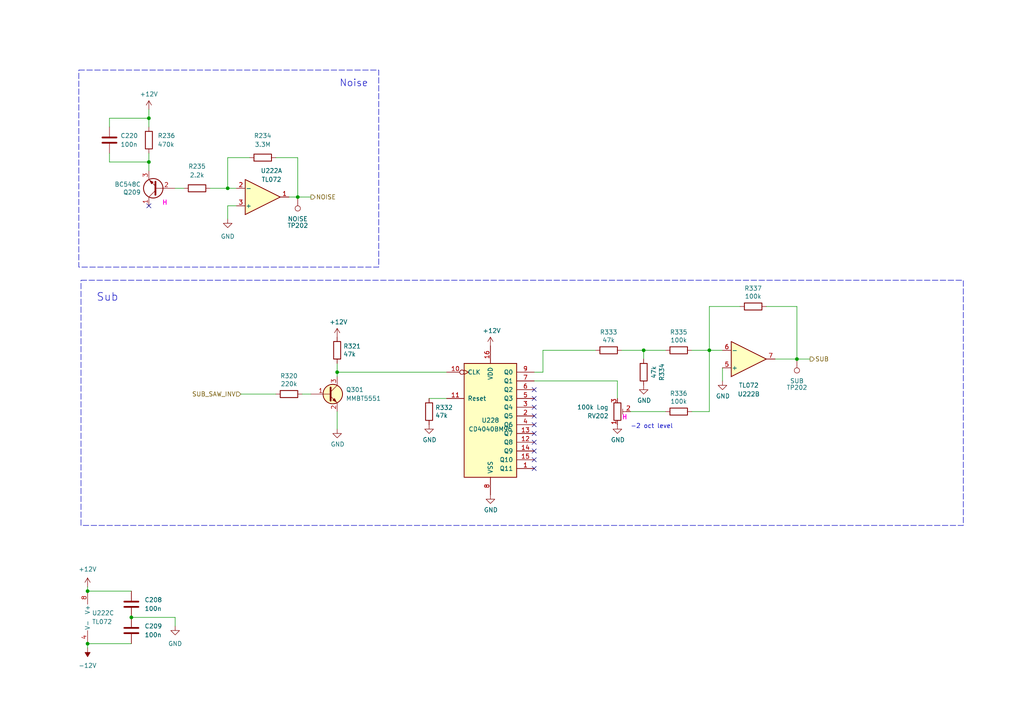
<source format=kicad_sch>
(kicad_sch (version 20231120) (generator "eeschema") (generator_version "8.0")
  (paper "A4")
  (lib_symbols
    (symbol "4xxx:4040" (pin_names (offset 1.016))
      (property "Reference" "U" (at -7.62 16.51 0))
      (property "Value" "4040" (at -7.62 -19.05 0))
      (symbol "4040_1_0"
        (pin output line (at 12.7 -15.24 180) (length 5.08) (name "Q11") (number "1"))
        (pin input inverted_clock (at -12.7 12.7 0) (length 5.08) (name "CLK") (number "10"))
        (pin input line (at -12.7 5.08 0) (length 5.08) (name "Reset") (number "11"))
        (pin output line (at 12.7 -7.62 180) (length 5.08) (name "Q8") (number "12"))
        (pin output line (at 12.7 -5.08 180) (length 5.08) (name "Q7") (number "13"))
        (pin output line (at 12.7 -10.16 180) (length 5.08) (name "Q9") (number "14"))
        (pin output line (at 12.7 -12.7 180) (length 5.08) (name "Q10") (number "15"))
        (pin power_in line (at 0 20.32 270) (length 5.08) (name "VDD") (number "16"))
        (pin output line (at 12.7 0 180) (length 5.08) (name "Q5") (number "2"))
        (pin output line (at 12.7 2.54 180) (length 5.08) (name "Q4") (number "3"))
        (pin output line (at 12.7 -2.54 180) (length 5.08) (name "Q6") (number "4"))
        (pin output line (at 12.7 5.08 180) (length 5.08) (name "Q3") (number "5"))
        (pin output line (at 12.7 7.62 180) (length 5.08) (name "Q2") (number "6"))
        (pin output line (at 12.7 10.16 180) (length 5.08) (name "Q1") (number "7"))
        (pin power_in line (at 0 -22.86 90) (length 5.08) (name "VSS") (number "8"))
        (pin output line (at 12.7 12.7 180) (length 5.08) (name "Q0") (number "9"))
      )
      (symbol "4040_1_1"
        (rectangle (start -7.62 15.24) (end 7.62 -17.78) (stroke (width 0.254)) (fill (type background)))
      )
    )
    (symbol "Amplifier_Operational:TL072" (pin_names (offset 0.127))
      (property "Reference" "U" (at 0 5.08 0))
      (property "Value" "TL072" (at 0 -5.08 0))
      (symbol "TL072_1_1"
        (polyline (pts (xy -5.08 5.08) (xy 5.08 0) (xy -5.08 -5.08) (xy -5.08 5.08)) (stroke (width 0.254)) (fill (type background)))
        (pin output line (at 7.62 0 180) (length 2.54) (name "~") (number "1"))
        (pin input line (at -7.62 -2.54 0) (length 2.54) (name "-") (number "2"))
        (pin input line (at -7.62 2.54 0) (length 2.54) (name "+") (number "3"))
      )
      (symbol "TL072_2_1"
        (polyline (pts (xy -5.08 5.08) (xy 5.08 0) (xy -5.08 -5.08) (xy -5.08 5.08)) (stroke (width 0.254)) (fill (type background)))
        (pin input line (at -7.62 2.54 0) (length 2.54) (name "+") (number "5"))
        (pin input line (at -7.62 -2.54 0) (length 2.54) (name "-") (number "6"))
        (pin output line (at 7.62 0 180) (length 2.54) (name "~") (number "7"))
      )
      (symbol "TL072_3_1"
        (pin power_in line (at -2.54 -7.62 90) (length 3.81) (name "V-") (number "4"))
        (pin power_in line (at -2.54 7.62 270) (length 3.81) (name "V+") (number "8"))
      )
    )
    (symbol "Connector:TestPoint" (pin_numbers hide) (pin_names (offset 0.762) hide)
      (property "Reference" "TP" (at 0 6.858 0))
      (property "Value" "TestPoint" (at 0 5.08 0))
      (symbol "TestPoint_0_1"
        (circle (center 0 3.302) (radius 0.762))
      )
      (symbol "TestPoint_1_1"
        (pin passive line (at 0 0 90) (length 2.54) (name "1") (number "1"))
      )
    )
    (symbol "Device:C" (pin_numbers hide) (pin_names (offset 0.254))
      (property "Reference" "C" (at 0.635 2.54 0))
      (property "Value" "C" (at 0.635 -2.54 0))
      (symbol "C_0_1"
        (polyline (pts (xy -2.032 -0.762) (xy 2.032 -0.762)) (stroke (width 0.508)))
        (polyline (pts (xy -2.032 0.762) (xy 2.032 0.762)) (stroke (width 0.508)))
      )
      (symbol "C_1_1"
        (pin passive line (at 0 3.81 270) (length 2.794) (name "~") (number "1"))
        (pin passive line (at 0 -3.81 90) (length 2.794) (name "~") (number "2"))
      )
    )
    (symbol "Device:R" (pin_numbers hide) (pin_names (offset 0))
      (property "Reference" "R" (at 2.032 0 90))
      (property "Value" "R" (at 0 0 90))
      (symbol "R_0_1"
        (rectangle (start -1.016 -2.54) (end 1.016 2.54) (stroke (width 0.254)))
      )
      (symbol "R_1_1"
        (pin passive line (at 0 3.81 270) (length 1.27) (name "~") (number "1"))
        (pin passive line (at 0 -3.81 90) (length 1.27) (name "~") (number "2"))
      )
    )
    (symbol "Device:R_Potentiometer_Trim" (pin_names (offset 1.016) hide)
      (property "Reference" "RV" (at -4.445 0 90))
      (property "Value" "R_Potentiometer_Trim" (at -2.54 0 90))
      (symbol "R_Potentiometer_Trim_0_1"
        (polyline (pts (xy 1.524 0.762) (xy 1.524 -0.762)))
        (polyline (pts (xy 2.54 0) (xy 1.524 0)))
        (rectangle (start 1.016 2.54) (end -1.016 -2.54) (stroke (width 0.254)))
      )
      (symbol "R_Potentiometer_Trim_1_1"
        (pin passive line (at 0 3.81 270) (length 1.27) (name "1") (number "1"))
        (pin passive line (at 3.81 0 180) (length 1.27) (name "2") (number "2"))
        (pin passive line (at 0 -3.81 90) (length 1.27) (name "3") (number "3"))
      )
    )
    (symbol "PCM_Transistor_BJT_AKL:BC847" (pin_names hide)
      (property "Reference" "Q" (at 5.08 1.27 0))
      (property "Value" "BC847" (at 5.08 -1.27 0))
      (symbol "BC847_0_1"
        (polyline (pts (xy 0.635 0.635) (xy 2.54 2.54)))
        (polyline (pts (xy 0.635 -0.635) (xy 2.54 -2.54) (xy 2.54 -2.54)))
        (polyline (pts (xy 0.635 1.905) (xy 0.635 -1.905) (xy 0.635 -1.905)) (stroke (width 0.508)))
        (polyline (pts (xy 1.27 -1.778) (xy 1.778 -1.27) (xy 2.286 -2.286) (xy 1.27 -1.778) (xy 1.27 -1.778)) (fill (type outline)))
        (circle (center 1.27 0) (radius 2.8194) (stroke (width 0.254)) (fill (type background)))
      )
      (symbol "BC847_1_1"
        (pin input line (at -5.08 0 0) (length 5.715) (name "B") (number "1"))
        (pin passive line (at 2.54 -5.08 90) (length 2.54) (name "E") (number "2"))
        (pin passive line (at 2.54 5.08 270) (length 2.54) (name "C") (number "3"))
      )
    )
    (symbol "Transistor_BJT:BC548" (pin_names (offset 0) hide)
      (property "Reference" "Q" (at 5.08 1.905 0))
      (property "Value" "BC548" (at 5.08 0 0))
      (symbol "BC548_0_1"
        (polyline (pts (xy 0 0) (xy 0.635 0)))
        (polyline (pts (xy 0.635 0.635) (xy 2.54 2.54)))
        (polyline (pts (xy 0.635 -0.635) (xy 2.54 -2.54) (xy 2.54 -2.54)))
        (polyline (pts (xy 0.635 1.905) (xy 0.635 -1.905) (xy 0.635 -1.905)) (stroke (width 0.508)))
        (polyline (pts (xy 1.27 -1.778) (xy 1.778 -1.27) (xy 2.286 -2.286) (xy 1.27 -1.778) (xy 1.27 -1.778)) (fill (type outline)))
        (circle (center 1.27 0) (radius 2.8194) (stroke (width 0.254)))
      )
      (symbol "BC548_1_1"
        (pin passive line (at 2.54 5.08 270) (length 2.54) (name "C") (number "1"))
        (pin input line (at -5.08 0 0) (length 5.08) (name "B") (number "2"))
        (pin passive line (at 2.54 -5.08 90) (length 2.54) (name "E") (number "3"))
      )
    )
    (symbol "power:+12V" (power) (pin_names (offset 0))
      (property "Value" "+12V" (at 0 3.556 0))
      (symbol "+12V_0_1"
        (polyline (pts (xy -0.762 1.27) (xy 0 2.54)))
        (polyline (pts (xy 0 0) (xy 0 2.54)))
        (polyline (pts (xy 0 2.54) (xy 0.762 1.27)))
      )
      (symbol "+12V_1_1"
        (pin power_in line (at 0 0 90) (length 0) hide (name "+12V") (number "1"))
      )
    )
    (symbol "power:-12V" (power) (pin_names (offset 0))
      (property "Value" "-12V" (at 0 3.81 0))
      (symbol "-12V_0_0"
        (pin power_in line (at 0 0 90) (length 0) hide (name "-12V") (number "1"))
      )
      (symbol "-12V_0_1"
        (polyline (pts (xy 0 0) (xy 0 1.27) (xy 0.762 1.27) (xy 0 2.54) (xy -0.762 1.27) (xy 0 1.27)) (fill (type outline)))
      )
    )
    (symbol "power:GND" (power) (pin_names (offset 0))
      (property "Value" "GND" (at 0 -3.81 0))
      (symbol "GND_0_1"
        (polyline (pts (xy 0 0) (xy 0 -1.27) (xy 1.27 -1.27) (xy 0 -2.54) (xy -1.27 -1.27) (xy 0 -1.27)))
      )
      (symbol "GND_1_1"
        (pin power_in line (at 0 0 270) (length 0) hide (name "GND") (number "1"))
      )
    )
  )
  (junction (at 38.1 179.07))
  (junction (at 43.18 34.29))
  (junction (at 97.79 107.95))
  (junction (at 25.4 186.69))
  (junction (at 231.14 104.14))
  (junction (at 66.04 54.61))
  (junction (at 25.4 171.45))
  (junction (at 86.36 57.15))
  (junction (at 205.74 101.6))
  (junction (at 186.69 101.6))
  (junction (at 43.18 46.99))
  (no_connect (at 154.94 118.11))
  (no_connect (at 43.18 59.69))
  (no_connect (at 154.94 125.73))
  (no_connect (at 154.94 113.03))
  (no_connect (at 154.94 115.57))
  (no_connect (at 154.94 123.19))
  (no_connect (at 154.94 133.35))
  (no_connect (at 154.94 128.27))
  (no_connect (at 154.94 130.81))
  (no_connect (at 154.94 135.89))
  (no_connect (at 154.94 120.65))
  (wire (pts (xy 234.95 104.14) (xy 231.14 104.14)))
  (wire (pts (xy 25.4 186.69) (xy 38.1 186.69)))
  (wire (pts (xy 186.69 101.6) (xy 193.04 101.6)))
  (wire (pts (xy 66.04 59.69) (xy 68.58 59.69)))
  (wire (pts (xy 97.79 107.95) (xy 97.79 109.22)))
  (wire (pts (xy 86.36 45.72) (xy 86.36 57.15)))
  (wire (pts (xy 231.14 88.9) (xy 231.14 104.14)))
  (wire (pts (xy 157.48 101.6) (xy 172.72 101.6)))
  (wire (pts (xy 231.14 104.14) (xy 224.79 104.14)))
  (wire (pts (xy 80.01 114.3) (xy 69.85 114.3)))
  (wire (pts (xy 66.04 63.5) (xy 66.04 59.69)))
  (wire (pts (xy 43.18 46.99) (xy 43.18 49.53)))
  (wire (pts (xy 31.75 46.99) (xy 43.18 46.99)))
  (wire (pts (xy 179.07 115.57) (xy 179.07 110.49)))
  (wire (pts (xy 154.94 110.49) (xy 179.07 110.49)))
  (wire (pts (xy 200.66 119.38) (xy 205.74 119.38)))
  (wire (pts (xy 205.74 101.6) (xy 209.55 101.6)))
  (wire (pts (xy 31.75 34.29) (xy 43.18 34.29)))
  (wire (pts (xy 205.74 88.9) (xy 205.74 101.6)))
  (wire (pts (xy 90.17 114.3) (xy 87.63 114.3)))
  (wire (pts (xy 31.75 36.83) (xy 31.75 34.29)))
  (wire (pts (xy 200.66 101.6) (xy 205.74 101.6)))
  (wire (pts (xy 72.39 45.72) (xy 66.04 45.72)))
  (wire (pts (xy 86.36 57.15) (xy 83.82 57.15)))
  (wire (pts (xy 205.74 119.38) (xy 205.74 101.6)))
  (wire (pts (xy 90.17 57.15) (xy 86.36 57.15)))
  (wire (pts (xy 31.75 44.45) (xy 31.75 46.99)))
  (wire (pts (xy 50.8 179.07) (xy 38.1 179.07)))
  (wire (pts (xy 97.79 124.46) (xy 97.79 119.38)))
  (wire (pts (xy 182.88 119.38) (xy 193.04 119.38)))
  (wire (pts (xy 157.48 107.95) (xy 154.94 107.95)))
  (wire (pts (xy 43.18 31.75) (xy 43.18 34.29)))
  (wire (pts (xy 129.54 107.95) (xy 97.79 107.95)))
  (wire (pts (xy 214.63 88.9) (xy 205.74 88.9)))
  (wire (pts (xy 25.4 187.96) (xy 25.4 186.69)))
  (wire (pts (xy 25.4 170.18) (xy 25.4 171.45)))
  (wire (pts (xy 43.18 46.99) (xy 43.18 44.45)))
  (wire (pts (xy 129.54 115.57) (xy 124.46 115.57)))
  (wire (pts (xy 157.48 101.6) (xy 157.48 107.95)))
  (wire (pts (xy 180.34 101.6) (xy 186.69 101.6)))
  (wire (pts (xy 25.4 171.45) (xy 38.1 171.45)))
  (wire (pts (xy 66.04 45.72) (xy 66.04 54.61)))
  (wire (pts (xy 222.25 88.9) (xy 231.14 88.9)))
  (wire (pts (xy 209.55 110.49) (xy 209.55 106.68)))
  (wire (pts (xy 50.8 181.61) (xy 50.8 179.07)))
  (wire (pts (xy 68.58 54.61) (xy 66.04 54.61)))
  (wire (pts (xy 97.79 105.41) (xy 97.79 107.95)))
  (wire (pts (xy 60.96 54.61) (xy 66.04 54.61)))
  (wire (pts (xy 80.01 45.72) (xy 86.36 45.72)))
  (wire (pts (xy 186.69 104.14) (xy 186.69 101.6)))
  (wire (pts (xy 50.8 54.61) (xy 53.34 54.61)))
  (wire (pts (xy 43.18 34.29) (xy 43.18 36.83)))
  (rectangle (start 22.86 20.32) (end 109.855 77.47) (stroke (width 0) (type dash)))
  (rectangle (start 23.495 81.28) (end 279.4 152.4) (stroke (width 0) (type dash)))
  (text "H" (at 180.34 121.92 0) (effects (font (size 1.27 1.27) (thickness 0.254) (bold yes)) (justify left bottom)))
  (text "Noise" (at 98.425 25.4 0) (effects (font (size 2 2)) (justify left bottom)))
  (text "H" (at 46.99 59.69 0) (effects (font (size 1.27 1.27) (thickness 0.254) (bold yes)) (justify left bottom)))
  (text "-2 oct level" (at 182.88 124.46 0) (effects (font (size 1.27 1.27)) (justify left bottom)))
  (text "Sub" (at 27.94 87.63 0) (effects (font (size 2.2606 2.2606)) (justify left bottom)))
  (hierarchical_label "NOISE" (shape output) (at 90.17 57.15 0))
  (hierarchical_label "SUB_SAW_INV" (shape input) (at 69.85 114.3 180))
  (hierarchical_label "SUB" (shape output) (at 234.95 104.14 0))
  (symbol (lib_id "Amplifier_Operational:TL072") (at 27.94 179.07 0) (unit 3)
    (property "Reference" "U222" (at 26.67 177.8 0) (effects (justify left)))
    (property "Value" "TL072" (at 26.67 180.34 0) (effects (justify left)))
    (property "Footprint" "Package_SO:SOIC-8_3.9x4.9mm_P1.27mm" (effects (hide yes)))
    (property "Datasheet" "http://www.ti.com/lit/ds/symlink/tl071.pdf" (effects (hide yes)))
    (property "LCSC" "C6961" (effects (hide yes)))
  )
  (symbol (lib_id "Amplifier_Operational:TL072") (at 76.2 57.15 0) (mirror x) (unit 1)
    (property "Reference" "U222" (at 78.74 49.53 0))
    (property "Value" "TL072" (at 78.74 52.07 0))
    (property "Footprint" "Package_SO:SOIC-8_3.9x4.9mm_P1.27mm" (effects (hide yes)))
    (property "Datasheet" "http://www.ti.com/lit/ds/symlink/tl071.pdf" (effects (hide yes)))
    (property "LCSC" "C6961" (effects (hide yes)))
  )
  (symbol (lib_id "Device:R") (at 76.2 45.72 90) (unit 1)
    (property "Reference" "R234" (at 76.2 39.37 90))
    (property "Value" "3.3M" (at 76.2 41.91 90))
    (property "Footprint" "Resistor_SMD:R_0603_1608Metric" (effects (hide yes)))
    (property "LCSC" "C141659" (effects (hide yes)))
    (instances (project "core-rev-3" (path "" (reference "R234") (unit 1)) (path "" (reference "R298") (unit 1))))
  )
  (symbol (lib_id "power:GND") (at 179.07 123.19 0) (unit 1)
    (property "Reference" "#PWR0398" (effects (hide yes)))
    (property "Value" "GND" (at 179.197 127.5842 0))
    (instances (project "core-rev-3" (path "" (reference "#PWR0398") (unit 1))) (project "waveshaper-A" (path "" (reference "#PWR0120") (unit 1))))
  )
  (symbol (lib_id "Device:C") (at 31.75 40.64 0) (unit 1)
    (property "Reference" "C220" (at 34.925 39.37 0) (effects (justify left)))
    (property "Value" "100n" (at 34.925 41.91 0) (effects (justify left)))
    (property "Footprint" "Capacitor_SMD:C_0603_1608Metric" (effects (hide yes)))
    (property "LCSC" "C14663" (effects (hide yes)))
    (instances (project "core-rev-3" (path "" (reference "C220") (unit 1)) (path "" (reference "C257") (unit 1))))
  )
  (symbol (lib_id "power:+12V") (at 142.24 100.33 0) (unit 1)
    (property "Reference" "#PWR0396" (effects (hide yes)))
    (property "Value" "+12V" (at 142.621 95.9358 0))
    (instances (project "core-rev-3" (path "" (reference "#PWR0396") (unit 1))) (project "waveshaper-A" (path "" (reference "#PWR0116") (unit 1))))
  )
  (symbol (lib_id "Device:R") (at 83.82 114.3 270) (unit 1)
    (property "Reference" "R320" (at 83.82 109.0422 90))
    (property "Value" "220k" (at 83.82 111.3536 90))
    (property "Footprint" "Resistor_SMD:R_0603_1608Metric" (effects (hide yes)))
    (property "LCSC" "C22961" (effects (hide yes)))
    (instances (project "core-rev-3" (path "" (reference "R320") (unit 1))) (project "waveshaper-A" (path "" (reference "R17") (unit 1))))
  )
  (symbol (lib_id "Device:R") (at 43.18 40.64 0) (unit 1)
    (property "Reference" "R236" (at 45.72 39.37 0) (effects (justify left)))
    (property "Value" "470k" (at 45.72 41.91 0) (effects (justify left)))
    (property "Footprint" "Resistor_SMD:R_0603_1608Metric" (effects (hide yes)))
    (property "LCSC" "C23178" (effects (hide yes)))
    (instances (project "core-rev-3" (path "" (reference "R236") (unit 1)) (path "" (reference "R296") (unit 1))))
  )
  (symbol (lib_id "Device:R") (at 196.85 119.38 270) (unit 1)
    (property "Reference" "R336" (at 196.85 114.1222 90))
    (property "Value" "100k" (at 196.85 116.4336 90))
    (property "Footprint" "Resistor_SMD:R_0603_1608Metric" (effects (hide yes)))
    (property "LCSC" "C25803" (effects (hide yes)))
    (instances (project "core-rev-3" (path "" (reference "R336") (unit 1))) (project "waveshaper-A" (path "" (reference "R30") (unit 1))))
  )
  (symbol (lib_id "power:GND") (at 209.55 110.49 0) (unit 1)
    (property "Reference" "#PWR0400" (effects (hide yes)))
    (property "Value" "GND" (at 209.677 114.8842 0))
    (instances (project "core-rev-3" (path "" (reference "#PWR0400") (unit 1))) (project "waveshaper-A" (path "" (reference "#PWR0121") (unit 1))))
  )
  (symbol (lib_id "Device:C") (at 38.1 182.88 0) (unit 1)
    (property "Reference" "C209" (at 41.91 181.61 0) (effects (justify left)))
    (property "Value" "100n" (at 41.91 184.15 0) (effects (justify left)))
    (property "Footprint" "Capacitor_SMD:C_0603_1608Metric" (effects (hide yes)))
    (property "LCSC" "C14663" (effects (hide yes)))
    (instances (project "A-psu-voice-proto-4l" (path "" (reference "C209") (unit 1))) (project "core-rev-3" (path "" (reference "C238") (unit 1)) (path "" (reference "C209") (unit 1)) (path "" (reference "C259") (unit 1))) (project "hog-v2-voice-proto" (path "" (reference "C209") (unit 1))))
  )
  (symbol (lib_id "power:+12V") (at 97.79 97.79 0) (unit 1)
    (property "Reference" "#PWR0235" (effects (hide yes)))
    (property "Value" "+12V" (at 98.171 93.3958 0))
    (instances (project "core-rev-3" (path "" (reference "#PWR0235") (unit 1))) (project "waveshaper-A" (path "" (reference "#PWR0113") (unit 1))))
  )
  (symbol (lib_id "Connector:TestPoint") (at 86.36 57.15 180) (unit 1) (in_bom no)
    (property "Reference" "TP206" (at 86.36 65.405 0))
    (property "Value" "NOISE" (at 86.36 63.5 0))
    (property "Footprint" "TestPoint:TestPoint_THTPad_2.0x2.0mm_Drill1.0mm" (effects (hide yes)))
    (instances (project "core-rev-3" (path "" (reference "TP202") (unit 1)) (path "" (reference "TP209") (unit 1)) (path "" (reference "TP210") (unit 1)) (path "" (reference "TP206") (unit 1)) (path "" (reference "TP219") (unit 1))))
  )
  (symbol (lib_id "Device:R") (at 196.85 101.6 270) (unit 1)
    (property "Reference" "R335" (at 196.85 96.3422 90))
    (property "Value" "100k" (at 196.85 98.6536 90))
    (property "Footprint" "Resistor_SMD:R_0603_1608Metric" (effects (hide yes)))
    (property "LCSC" "C25803" (effects (hide yes)))
    (instances (project "core-rev-3" (path "" (reference "R335") (unit 1))) (project "waveshaper-A" (path "" (reference "R20") (unit 1))))
  )
  (symbol (lib_id "Device:R") (at 186.69 107.95 180) (unit 1)
    (property "Reference" "R334" (at 191.9478 107.95 90))
    (property "Value" "47k" (at 189.6364 107.95 90))
    (property "Footprint" "Resistor_SMD:R_0603_1608Metric" (effects (hide yes)))
    (property "LCSC" "C25819" (effects (hide yes)))
    (instances (project "core-rev-3" (path "" (reference "R334") (unit 1))) (project "waveshaper-A" (path "" (reference "R29") (unit 1))))
  )
  (symbol (lib_id "power:GND") (at 50.8 181.61 0) (unit 1)
    (property "Reference" "#PWR0323" (effects (hide yes)))
    (property "Value" "GND" (at 50.8 186.69 0))
  )
  (symbol (lib_id "Device:R") (at 57.15 54.61 90) (unit 1)
    (property "Reference" "R235" (at 57.15 48.26 90))
    (property "Value" "2.2k" (at 57.15 50.8 90))
    (property "Footprint" "Resistor_SMD:R_0603_1608Metric" (effects (hide yes)))
    (property "LCSC" "C4190" (effects (hide yes)))
    (instances (project "core-rev-3" (path "" (reference "R235") (unit 1)) (path "" (reference "R297") (unit 1))))
  )
  (symbol (lib_id "power:GND") (at 142.24 143.51 0) (unit 1)
    (property "Reference" "#PWR0397" (effects (hide yes)))
    (property "Value" "GND" (at 142.367 147.9042 0))
    (instances (project "core-rev-3" (path "" (reference "#PWR0397") (unit 1))) (project "waveshaper-A" (path "" (reference "#PWR0115") (unit 1))))
  )
  (symbol (lib_id "Device:R") (at 124.46 119.38 0) (unit 1)
    (property "Reference" "R332" (at 126.238 118.2116 0) (effects (justify left)))
    (property "Value" "47k" (at 126.238 120.523 0) (effects (justify left)))
    (property "Footprint" "Resistor_SMD:R_0603_1608Metric" (effects (hide yes)))
    (property "LCSC" "C25819" (effects (hide yes)))
    (instances (project "core-rev-3" (path "" (reference "R332") (unit 1))) (project "waveshaper-A" (path "" (reference "R19") (unit 1))))
  )
  (symbol (lib_id "Amplifier_Operational:TL072") (at 217.17 104.14 0) (mirror x) (unit 2)
    (property "Reference" "U222" (at 217.17 114.3 0))
    (property "Value" "TL072" (at 217.17 111.76 0))
    (property "Footprint" "Package_SO:SOIC-8_3.9x4.9mm_P1.27mm" (effects (hide yes)))
    (property "Datasheet" "http://www.ti.com/lit/ds/symlink/tl071.pdf" (effects (hide yes)))
    (property "LCSC" "C6961" (effects (hide yes)))
  )
  (symbol (lib_id "power:GND") (at 186.69 111.76 0) (unit 1)
    (property "Reference" "#PWR0399" (effects (hide yes)))
    (property "Value" "GND" (at 186.817 116.1542 0))
    (instances (project "core-rev-3" (path "" (reference "#PWR0399") (unit 1))) (project "waveshaper-A" (path "" (reference "#PWR025") (unit 1))))
  )
  (symbol (lib_id "power:-12V") (at 25.4 187.96 180) (unit 1)
    (property "Reference" "#PWR0321" (effects (hide yes)))
    (property "Value" "-12V" (at 25.4 193.04 0))
  )
  (symbol (lib_id "Device:R") (at 176.53 101.6 270) (unit 1)
    (property "Reference" "R333" (at 176.53 96.3422 90))
    (property "Value" "47k" (at 176.53 98.6536 90))
    (property "Footprint" "Resistor_SMD:R_0603_1608Metric" (effects (hide yes)))
    (property "LCSC" "C25819" (effects (hide yes)))
    (instances (project "core-rev-3" (path "" (reference "R333") (unit 1))) (project "waveshaper-A" (path "" (reference "R28") (unit 1))))
  )
  (symbol (lib_id "Device:C") (at 38.1 175.26 0) (unit 1)
    (property "Reference" "C208" (at 41.91 173.99 0) (effects (justify left)))
    (property "Value" "100n" (at 41.91 176.53 0) (effects (justify left)))
    (property "Footprint" "Capacitor_SMD:C_0603_1608Metric" (effects (hide yes)))
    (property "LCSC" "C14663" (effects (hide yes)))
    (instances (project "A-psu-voice-proto-4l" (path "" (reference "C208") (unit 1))) (project "core-rev-3" (path "" (reference "C237") (unit 1)) (path "" (reference "C208") (unit 1)) (path "" (reference "C258") (unit 1))) (project "hog-v2-voice-proto" (path "" (reference "C208") (unit 1))))
  )
  (symbol (lib_id "power:GND") (at 124.46 123.19 0) (unit 1)
    (property "Reference" "#PWR0309" (effects (hide yes)))
    (property "Value" "GND" (at 124.587 127.5842 0))
    (instances (project "core-rev-3" (path "" (reference "#PWR0309") (unit 1))) (project "waveshaper-A" (path "" (reference "#PWR0114") (unit 1))))
  )
  (symbol (lib_id "Device:R") (at 218.44 88.9 270) (unit 1)
    (property "Reference" "R337" (at 218.44 83.6422 90))
    (property "Value" "100k" (at 218.44 85.9536 90))
    (property "Footprint" "Resistor_SMD:R_0603_1608Metric" (effects (hide yes)))
    (property "LCSC" "C25803" (effects (hide yes)))
    (instances (project "core-rev-3" (path "" (reference "R337") (unit 1))) (project "waveshaper-A" (path "" (reference "R21") (unit 1))))
  )
  (symbol (lib_id "Device:R") (at 97.79 101.6 0) (unit 1)
    (property "Reference" "R321" (at 99.568 100.4316 0) (effects (justify left)))
    (property "Value" "47k" (at 99.568 102.743 0) (effects (justify left)))
    (property "Footprint" "Resistor_SMD:R_0603_1608Metric" (effects (hide yes)))
    (property "LCSC" "C25819" (effects (hide yes)))
    (instances (project "core-rev-3" (path "" (reference "R321") (unit 1))) (project "waveshaper-A" (path "" (reference "R18") (unit 1))))
  )
  (symbol (lib_id "4xxx:4040") (at 142.24 120.65 0) (unit 1)
    (property "Reference" "U228" (at 142.24 121.92 0))
    (property "Value" "CD4040BM96" (at 142.24 124.46 0))
    (property "Footprint" "Package_SO:SOIC-16_3.9x9.9mm_P1.27mm" (effects (hide yes)))
    (property "Datasheet" "http://www.intersil.com/content/dam/Intersil/documents/cd40/cd4020bms-24bms-40bms.pdf" (effects (hide yes)))
    (property "LCSC" "C353974" (effects (hide yes)))
    (instances (project "core-rev-3" (path "" (reference "U228") (unit 1))) (project "waveshaper-A" (path "" (reference "U5") (unit 1))))
  )
  (symbol (lib_id "power:+12V") (at 43.18 31.75 0) (unit 1)
    (property "Reference" "#PWR0204" (effects (hide yes)))
    (property "Value" "+12V" (at 43.18 27.305 0))
    (instances (project "core-rev-3" (path "" (reference "#PWR0204") (unit 1)) (path "" (reference "#PWR0322") (unit 1))))
  )
  (symbol (lib_id "power:GND") (at 97.79 124.46 0) (unit 1)
    (property "Reference" "#PWR0245" (effects (hide yes)))
    (property "Value" "GND" (at 97.917 128.8542 0))
    (instances (project "core-rev-3" (path "" (reference "#PWR0245") (unit 1))) (project "waveshaper-A" (path "" (reference "#PWR0125") (unit 1))))
  )
  (symbol (lib_id "Transistor_BJT:BC548") (at 45.72 54.61 180) (unit 1) (in_bom no)
    (property "Reference" "Q209" (at 40.8686 55.7784 0) (effects (justify left)))
    (property "Value" "BC548C" (at 40.8686 53.467 0) (effects (justify left)))
    (property "Footprint" "Package_TO_SOT_THT:TO-92L_Inline_Wide" (effects (hide yes)))
    (property "Datasheet" "https://www.onsemi.com/pub/Collateral/BC550-D.pdf" (effects (hide yes)))
    (instances (project "core-rev-3" (path "" (reference "Q209") (unit 1)) (path "" (reference "Q210") (unit 1))) (project "hog-f1-control" (path "" (reference "Q2") (unit 1))))
  )
  (symbol (lib_id "power:GND") (at 66.04 63.5 0) (unit 1)
    (property "Reference" "#PWR0116" (effects (hide yes)))
    (property "Value" "GND" (at 66.04 68.58 0))
    (instances (project "core-rev-3" (path "" (reference "#PWR0116") (unit 1)) (path "" (reference "#PWR0324") (unit 1))))
  )
  (symbol (lib_id "PCM_Transistor_BJT_AKL:BC847") (at 95.25 114.3 0) (unit 1)
    (property "Reference" "Q301" (at 100.33 113.03 0) (effects (justify left)))
    (property "Value" "MMBT5551" (at 100.33 115.57 0) (effects (justify left)))
    (property "Footprint" "Package_TO_SOT_SMD:SOT-23" (effects (hide yes)))
    (property "Datasheet" "https://datasheet.lcsc.com/lcsc/2304140030_Jiangsu-Changjing-Electronics-Technology-Co---Ltd--MMBT5551_C2145.pdf" (effects (hide yes)))
    (property "LCSC" "C2145" (effects (hide yes)))
    (instances (project "A-psu-voice-proto-4l" (path "" (reference "Q301") (unit 1))) (project "core-rev-3" (path "" (reference "Q213") (unit 1)) (path "" (reference "Q214") (unit 1)) (path "" (reference "Q212") (unit 1))))
  )
  (symbol (lib_id "Device:R_Potentiometer_Trim") (at 179.07 119.38 0) (mirror x) (unit 1) (in_bom no)
    (property "Reference" "RV202" (at 176.53 120.65 0) (effects (justify right)))
    (property "Value" "100k Log" (at 176.53 118.11 0) (effects (justify right)))
    (property "Footprint" "Potentiometer_THT:Potentiometer_ACP_CA6-H2,5_Horizontal" (effects (hide yes)))
    (instances (project "core-rev-3" (path "" (reference "RV202") (unit 1)) (path "" (reference "RV203") (unit 1))))
  )
  (symbol (lib_id "power:+12V") (at 25.4 170.18 0) (unit 1)
    (property "Reference" "#PWR0320" (effects (hide yes)))
    (property "Value" "+12V" (at 25.4 165.1 0))
  )
  (symbol (lib_id "Connector:TestPoint") (at 231.14 104.14 180) (unit 1) (in_bom no)
    (property "Reference" "TP206" (at 231.14 112.395 0))
    (property "Value" "SUB" (at 231.14 110.49 0))
    (property "Footprint" "TestPoint:TestPoint_THTPad_2.0x2.0mm_Drill1.0mm" (effects (hide yes)))
    (instances (project "core-rev-3" (path "" (reference "TP202") (unit 1)) (path "" (reference "TP209") (unit 1)) (path "" (reference "TP210") (unit 1)) (path "" (reference "TP206") (unit 1)) (path "" (reference "TP232") (unit 1))))
  )
)
</source>
